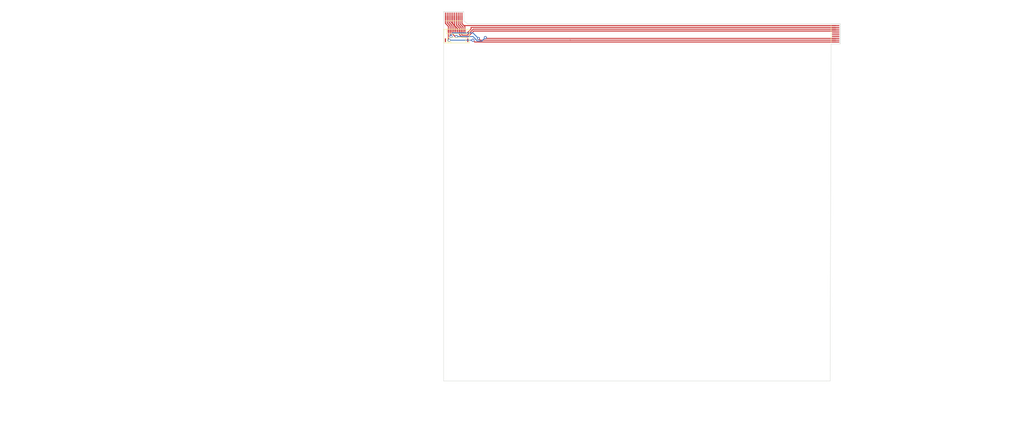
<source format=kicad_pcb>
(kicad_pcb (version 20240108) (generator "pcbnew") (generator_version "8.0")
  (layers (0 "F.Cu" signal) (31 "B.Cu" signal) (34 "B.Paste" user) (35 "F.Paste" user) (36 "B.SilkS" user "B.Silkscreen") (37 "F.SilkS" user "F.Silkscreen") (38 "B.Mask" user) (39 "F.Mask" user) (44 "Edge.Cuts" user))
  (net 0 "")
  (net 1 "GND")
  (net 7 "/start")
  (net 8 "/screen")
  (net 9 "/vol up")
  (net 10 "/music")
  (net 11 "/vol down")
  (net 12 "/home")
  (net 13 "/select")
  (footprint "consolizer:flex_short_10" (layer "F.Cu") (at 137.5 73.45)
    (property "Reference" "C8" (hide yes))
    (property "Value" "flex-conector_10" (hide yes))
    (fp_line (start -2.5 1.25) (end 2 1.25) (stroke (width 0.12)) (layer "F.SilkS"))
    (fp_line (start -3 -1.25) (end -3 1.25) (stroke (width 0.12)) (layer "Edge.Cuts"))
    (fp_line (start -2.75 -1.25) (end -3 -1.25) (stroke (width 0.12)) (layer "Edge.Cuts"))
    (fp_line (start -2.75 -1.25) (end 2.25 -1.25) (stroke (width 0.12)) (layer "Edge.Cuts"))
    (fp_line (start 2.25 -1.25) (end 2.5 -1.25) (stroke (width 0.12)) (layer "Edge.Cuts"))
    (fp_line (start 2.5 -1.25) (end 2.5 1.25) (stroke (width 0.12)) (layer "Edge.Cuts"))
    (pad "1" smd rect (at -2.5 0) (size 0.25 2) (layers "F.Cu" "F.Paste" "F.Mask") (net 7 "/start"))
    (pad "2" smd rect (at -2 0) (size 0.25 2) (layers "F.Cu" "F.Paste" "F.Mask") (net 13 "/select"))
    (pad "3" smd rect (at -1.5 0) (size 0.25 2) (layers "F.Cu" "F.Paste" "F.Mask") (net 10 "/music"))
    (pad "4" smd rect (at -1 0) (size 0.25 2) (layers "F.Cu" "F.Paste" "F.Mask") (net 1 "GND"))
    (pad "5" smd rect (at -0.5 0) (size 0.25 2) (layers "F.Cu" "F.Paste" "F.Mask") (net 1 "GND"))
    (pad "6" smd rect (at 0 0) (size 0.25 2) (layers "F.Cu" "F.Paste" "F.Mask") (net 1 "GND"))
    (pad "7" smd rect (at 0.5 0) (size 0.25 2) (layers "F.Cu" "F.Paste" "F.Mask") (net 8 "/screen"))
    (pad "8" smd rect (at 1 0) (size 0.25 2) (layers "F.Cu" "F.Paste" "F.Mask") (net 9 "/vol up"))
    (pad "9" smd rect (at 1.5 0) (size 0.25 2) (layers "F.Cu" "F.Paste" "F.Mask") (net 11 "/vol down"))
    (pad "10" smd rect (at 2 0) (size 0.25 2) (layers "F.Cu" "F.Paste" "F.Mask") (net 12 "/home"))
  )
  (footprint "consolizer:flex_short_10" (layer "F.Cu") (at 241.5 78.5 -90)
    (property "Reference" "C9" (hide yes))
    (property "Value" "flex-conector_10")
    (fp_line (start -2.5 1.25) (end 2 1.25) (stroke (width 0.12)) (layer "F.SilkS"))
    (fp_line (start -3 -1.25) (end -3 1.25) (stroke (width 0.12)) (layer "Edge.Cuts"))
    (fp_line (start -2.75 -1.25) (end -3 -1.25) (stroke (width 0.12)) (layer "Edge.Cuts"))
    (fp_line (start -2.75 -1.25) (end 2.25 -1.25) (stroke (width 0.12)) (layer "Edge.Cuts"))
    (fp_line (start 2.25 -1.25) (end 2.5 -1.25) (stroke (width 0.12)) (layer "Edge.Cuts"))
    (fp_line (start 2.5 -1.25) (end 2.5 1.25) (stroke (width 0.12)) (layer "Edge.Cuts"))
    (pad "1" smd rect (at -2.5 0 270) (size 0.25 2) (layers "F.Cu" "F.Paste" "F.Mask") (net 12 "/home"))
    (pad "2" smd rect (at -2 0 270) (size 0.25 2) (layers "F.Cu" "F.Paste" "F.Mask") (net 11 "/vol down"))
    (pad "3" smd rect (at -1.5 0 270) (size 0.25 2) (layers "F.Cu" "F.Paste" "F.Mask") (net 9 "/vol up"))
    (pad "4" smd rect (at -1 0 270) (size 0.25 2) (layers "F.Cu" "F.Paste" "F.Mask") (net 8 "/screen"))
    (pad "5" smd rect (at -0.5 0 270) (size 0.25 2) (layers "F.Cu" "F.Paste" "F.Mask"))
    (pad "6" smd rect (at 0 0 270) (size 0.25 2) (layers "F.Cu" "F.Paste" "F.Mask"))
    (pad "7" smd rect (at 0.5 0 270) (size 0.25 2) (layers "F.Cu" "F.Paste" "F.Mask"))
    (pad "8" smd rect (at 1 0 270) (size 0.25 2) (layers "F.Cu" "F.Paste" "F.Mask") (net 10 "/music"))
    (pad "9" smd rect (at 1.5 0 270) (size 0.25 2) (layers "F.Cu" "F.Paste" "F.Mask") (net 13 "/select"))
    (pad "10" smd rect (at 2 0 270) (size 0.25 2) (layers "F.Cu" "F.Paste" "F.Mask") (net 7 "/start"))
  )
  (footprint "JLCPCB_footprint:FPC-SMD_5034801000" (layer "F.Cu") (at 138.049911 78.750064)
    (property "Reference" "P1" (hide yes))
    (property "Value" "5034801000")
    (fp_line (start -3.5 -1.750191) (end -3.5 1.999873) (stroke (width 0.150114)) (layer "F.SilkS"))
    (fp_line (start -3.5 1.999873) (end 3.5 1.999873) (stroke (width 0.150114)) (layer "F.SilkS"))
    (fp_line (start -3.400178 -1.750191) (end 3.399924 -1.750191) (stroke (width 0.150114)) (layer "F.SilkS"))
    (fp_line (start -2.750191 -1.750191) (end -2.750191 -0.500254) (stroke (width 0.150114)) (layer "F.SilkS"))
    (fp_line (start -2.750191 -0.500254) (end 2.749936 -0.500254) (stroke (width 0.150114)) (layer "F.SilkS"))
    (fp_line (start -2.5 0.499746) (end -2.5 1.749936) (stroke (width 0.150114)) (layer "F.SilkS"))
    (fp_line (start -2.5 0.499746) (end 2.5 0.499746) (stroke (width 0.150114)) (layer "F.SilkS"))
    (fp_line (start -1.95301 1.016027) (end -2.250013 2.000229) (stroke (width 0.150114)) (layer "F.SilkS"))
    (fp_line (start -1.5 2) (end -1.95301 1.016027) (stroke (width 0.150114)) (layer "F.SilkS"))
    (fp_line (start 2.5 0.499746) (end 2.5 1.749936) (stroke (width 0.150114)) (layer "F.SilkS"))
    (fp_line (start 2.749936 -0.500254) (end 2.749936 -1.750191) (stroke (width 0.150114)) (layer "F.SilkS"))
    (fp_line (start 3.5 -1.750191) (end 3.5 1.999873) (stroke (width 0.150114)) (layer "F.SilkS"))
    (fp_circle (center -3.350622 -1.550064) (end -3.320625 -1.550064) (stroke (width 0.059995)) (fill none) (layer "F.SilkS"))
    (pad "1" smd rect (at -2.249555 -1.250064 180) (size 0.299975 0.700025) (layers "F.Cu" "F.Paste" "F.Mask") (net 7 "/start"))
    (pad "2" smd rect (at -1.749428 -1.250064 180) (size 0.299975 0.700025) (layers "F.Cu" "F.Paste" "F.Mask") (net 13 "/select"))
    (pad "3" smd rect (at -1.249555 -1.250064 180) (size 0.299975 0.700025) (layers "F.Cu" "F.Paste" "F.Mask") (net 10 "/music"))
    (pad "4" smd rect (at -0.749428 -1.250064 180) (size 0.299975 0.700025) (layers "F.Cu" "F.Paste" "F.Mask") (net 1 "GND"))
    (pad "5" smd rect (at -0.249555 -1.250064 180) (size 0.299975 0.700025) (layers "F.Cu" "F.Paste" "F.Mask") (net 1 "GND"))
    (pad "6" smd rect (at 0.250572 -1.250064 180) (size 0.299975 0.700025) (layers "F.Cu" "F.Paste" "F.Mask") (net 1 "GND"))
    (pad "7" smd rect (at 0.750445 -1.250064 180) (size 0.299975 0.700025) (layers "F.Cu" "F.Paste" "F.Mask") (net 8 "/screen"))
    (pad "8" smd rect (at 1.250572 -1.250064 180) (size 0.299975 0.700025) (layers "F.Cu" "F.Paste" "F.Mask") (net 9 "/vol up"))
    (pad "9" smd rect (at 1.750445 -1.250064 180) (size 0.299975 0.700025) (layers "F.Cu" "F.Paste" "F.Mask") (net 11 "/vol down"))
    (pad "10" smd rect (at 2.250064 -1.250064 180) (size 0.299975 0.700025) (layers "F.Cu" "F.Paste" "F.Mask") (net 12 "/home"))
    (pad "11" smd rect (at -3.049911 1.250064) (size 0.299975 1) (layers "F.Cu" "F.Paste" "F.Mask"))
    (pad "12" smd rect (at 3.049911 1.250064 180) (size 0.299975 1) (layers "F.Cu" "F.Paste" "F.Mask"))
  )
  (gr_line (start 134.5 74.7) (end 134.5 173) (stroke (width 0.1)) (layer "Edge.Cuts"))
  (gr_line (start 240 170) (end 240 173) (stroke (width 0.1)) (layer "Edge.Cuts"))
  (gr_line (start 240 173) (end 239 173) (stroke (width 0.1)) (layer "Edge.Cuts"))
  (gr_line (start 240.25 75.5) (end 141 75.5) (stroke (width 0.1)) (layer "Edge.Cuts"))
  (gr_line (start 140 74.7) (end 141 75.5) (stroke (width 0.1)) (layer "Edge.Cuts"))
  (gr_line (start 134.5 173) (end 239 173) (stroke (width 0.1)) (layer "Edge.Cuts"))
  (gr_line (start 240.25 81) (end 240 170) (stroke (width 0.1)) (layer "Edge.Cuts"))
  (segment (start 137.800356 76.300356) (end 137.75 76.25) (width 0.25) (layer "F.Cu") (net 1))
  (segment (start 137.75 76.25) (end 138.300483 76.800483) (width 0.25) (layer "F.Cu") (net 1))
  (segment (start 136.5 75) (end 137 75.5) (width 0.25) (layer "F.Cu") (net 1))
  (segment (start 138.300483 76.800483) (end 138.300483 77.5) (width 0.25) (layer "F.Cu") (net 1))
  (segment (start 137.5 76) (end 137.75 76.25) (width 0.25) (layer "F.Cu") (net 1))
  (segment (start 137.800356 77.5) (end 137.800356 76.300356) (width 0.25) (layer "F.Cu") (net 1))
  (segment (start 137.5 73.45) (end 137.5 76) (width 0.25) (layer "F.Cu") (net 1))
  (segment (start 137.300483 77.5) (end 137.300483 75.800483) (width 0.25) (layer "F.Cu") (net 1))
  (segment (start 137.300483 75.800483) (end 137.25 75.75) (width 0.25) (layer "F.Cu") (net 1))
  (segment (start 137.25 75.75) (end 137.5 76) (width 0.25) (layer "F.Cu") (net 1))
  (segment (start 136.5 73.45) (end 136.5 75) (width 0.25) (layer "F.Cu") (net 1))
  (segment (start 137 73.45) (end 137 75.5) (width 0.25) (layer "F.Cu") (net 1))
  (segment (start 137 75.5) (end 137.25 75.75) (width 0.25) (layer "F.Cu") (net 1))
  (segment (start 143 80.5) (end 142.5 80) (width 0.25) (layer "F.Cu") (net 7))
  (segment (start 135.800356 77.5) (end 135.800356 76.209544) (width 0.25) (layer "F.Cu") (net 7))
  (segment (start 135.800356 76.209544) (end 135 75.409188) (width 0.25) (layer "F.Cu") (net 7))
  (segment (start 135 75.409188) (end 135 73.45) (width 0.25) (layer "F.Cu") (net 7))
  (segment (start 241.5 80.5) (end 143 80.5) (width 0.25) (layer "F.Cu") (net 7))
  (segment (start 135.800356 79.800356) (end 136 80) (width 0.25) (layer "F.Cu") (net 7))
  (segment (start 135.800356 77.5) (end 135.800356 79.800356) (width 0.25) (layer "F.Cu") (net 7))
  (via (at 136 80) (size 0.8) (drill 0.4) (layers "F.Cu" "B.Cu") (net 7))
  (via (at 142.5 80) (size 0.8) (drill 0.4) (layers "F.Cu" "B.Cu") (net 7))
  (segment (start 136 80) (end 142.5 80) (width 0.25) (layer "B.Cu") (net 7))
  (segment (start 138 75.863604) (end 138.800356 76.66396) (width 0.25) (layer "F.Cu") (net 8))
  (segment (start 241.5 77.5) (end 142.722766 77.5) (width 0.25) (layer "F.Cu") (net 8))
  (segment (start 142.722766 77.5) (end 141.147754 79.075012) (width 0.25) (layer "F.Cu") (net 8))
  (segment (start 138.800356 78.423172) (end 138.800356 77.5) (width 0.25) (layer "F.Cu") (net 8))
  (segment (start 138 73.45) (end 138 75.863604) (width 0.25) (layer "F.Cu") (net 8))
  (segment (start 139.452196 79.075012) (end 138.800356 78.423172) (width 0.25) (layer "F.Cu") (net 8))
  (segment (start 141.147754 79.075012) (end 139.452196 79.075012) (width 0.25) (layer "F.Cu") (net 8))
  (segment (start 138.800356 76.66396) (end 138.800356 77.5) (width 0.25) (layer "F.Cu") (net 8))
  (segment (start 142.58637 77) (end 140.961358 78.625012) (width 0.25) (layer "F.Cu") (net 9))
  (segment (start 139.638592 78.625012) (end 139.300483 78.286903) (width 0.25) (layer "F.Cu") (net 9))
  (segment (start 140.961358 78.625012) (end 139.638592 78.625012) (width 0.25) (layer "F.Cu") (net 9))
  (segment (start 138.5 73.45) (end 138.5 75.727208) (width 0.25) (layer "F.Cu") (net 9))
  (segment (start 139.300483 78.286903) (end 139.300483 77.5) (width 0.25) (layer "F.Cu") (net 9))
  (segment (start 139.300483 76.527691) (end 139.300483 77.5) (width 0.25) (layer "F.Cu") (net 9))
  (segment (start 241.5 77) (end 142.58637 77) (width 0.25) (layer "F.Cu") (net 9))
  (segment (start 138.5 75.727208) (end 139.300483 76.527691) (width 0.25) (layer "F.Cu") (net 9))
  (segment (start 136.800356 77.5) (end 136.800356 78.149872) (width 0.25) (layer "F.Cu") (net 10))
  (segment (start 146.1125 79.5) (end 145.8875 79.275) (width 0.25) (layer "F.Cu") (net 10))
  (segment (start 136 75.136396) (end 136.800356 75.936752) (width 0.25) (layer "F.Cu") (net 10))
  (segment (start 136 73.45) (end 136 75.136396) (width 0.25) (layer "F.Cu") (net 10))
  (segment (start 241.5 79.5) (end 146.1125 79.5) (width 0.25) (layer "F.Cu") (net 10))
  (segment (start 137.650484 79) (end 138 79) (width 0.25) (layer "F.Cu") (net 10))
  (segment (start 136.800356 75.936752) (end 136.800356 77.5) (width 0.25) (layer "F.Cu") (net 10))
  (segment (start 136.800356 78.149872) (end 137.650484 79) (width 0.25) (layer "F.Cu") (net 10))
  (via (at 138 79) (size 0.8) (drill 0.4) (layers "F.Cu" "B.Cu") (net 10))
  (via (at 145.8875 79.275) (size 0.8) (drill 0.4) (layers "F.Cu" "B.Cu") (net 10))
  (segment (start 143.275 79.800305) (end 143.275 79.749695) (width 0.25) (layer "B.Cu") (net 10))
  (segment (start 143.275 79.749695) (end 142.525305 79) (width 0.25) (layer "B.Cu") (net 10))
  (segment (start 144.9375 80.225) (end 143.699695 80.225) (width 0.25) (layer "B.Cu") (net 10))
  (segment (start 142.525305 79) (end 138 79) (width 0.25) (layer "B.Cu") (net 10))
  (segment (start 143.699695 80.225) (end 143.275 79.800305) (width 0.25) (layer "B.Cu") (net 10))
  (segment (start 145.8875 79.275) (end 144.9375 80.225) (width 0.25) (layer "B.Cu") (net 10))
  (segment (start 139 73.45) (end 139 75.590812) (width 0.25) (layer "F.Cu") (net 11))
  (segment (start 139.824988 78.175012) (end 140.774962 78.175012) (width 0.25) (layer "F.Cu") (net 11))
  (segment (start 139 75.590812) (end 139.800356 76.391168) (width 0.25) (layer "F.Cu") (net 11))
  (segment (start 142 76.949974) (end 142 76.5) (width 0.25) (layer "F.Cu") (net 11))
  (segment (start 140.774962 78.175012) (end 142 76.949974) (width 0.25) (layer "F.Cu") (net 11))
  (segment (start 139.800356 77.5) (end 139.800356 78.15038) (width 0.25) (layer "F.Cu") (net 11))
  (segment (start 139.800356 76.391168) (end 139.800356 77.5) (width 0.25) (layer "F.Cu") (net 11))
  (segment (start 139.800356 78.15038) (end 139.824988 78.175012) (width 0.25) (layer "F.Cu") (net 11))
  (segment (start 142 76.5) (end 241.5 76.5) (width 0.25) (layer "F.Cu") (net 11))
  (segment (start 140.299975 76.254391) (end 140.299975 77.5) (width 0.25) (layer "F.Cu") (net 12))
  (segment (start 140.045584 76) (end 241.5 76) (width 0.25) (layer "F.Cu") (net 12))
  (segment (start 139.5 75.454416) (end 140.022792 75.977208) (width 0.25) (layer "F.Cu") (net 12))
  (segment (start 139.5 73.45) (end 139.5 75.454416) (width 0.25) (layer "F.Cu") (net 12))
  (segment (start 140.022792 75.977208) (end 140.045584 76) (width 0.25) (layer "F.Cu") (net 12))
  (segment (start 140.022792 75.977208) (end 140.299975 76.254391) (width 0.25) (layer "F.Cu") (net 12))
  (segment (start 136.300483 77.5) (end 136.300483 76.073275) (width 0.25) (layer "F.Cu") (net 13))
  (segment (start 136.300483 78.775127) (end 136.525356 79) (width 0.25) (layer "F.Cu") (net 13))
  (segment (start 136.300483 77.5) (end 136.300483 78.775127) (width 0.25) (layer "F.Cu") (net 13))
  (segment (start 136.300483 76.073275) (end 135.5 75.272792) (width 0.25) (layer "F.Cu") (net 13))
  (segment (start 169.1 80) (end 169.05 79.95) (width 0.25) (layer "F.Cu") (net 13))
  (segment (start 241.5 80) (end 144.5 80) (width 0.25) (layer "F.Cu") (net 13))
  (segment (start 144.5 80) (end 144 79.5) (width 0.25) (layer "F.Cu") (net 13))
  (segment (start 135.5 75.272792) (end 135.5 73.45) (width 0.25) (layer "F.Cu") (net 13))
  (via (at 144 79.5) (size 0.8) (drill 0.4) (layers "F.Cu" "B.Cu") (net 13))
  (via (at 136.525356 79) (size 0.8) (drill 0.4) (layers "F.Cu" "B.Cu") (net 13))
  (segment (start 136.525356 78.474644) (end 137 78) (width 0.25) (layer "B.Cu") (net 13))
  (segment (start 136.525356 79) (end 136.525356 78.474644) (width 0.25) (layer "B.Cu") (net 13))
  (segment (start 137 78) (end 142.5 78) (width 0.25) (layer "B.Cu") (net 13))
  (segment (start 142.5 78) (end 144 79.5) (width 0.25) (layer "B.Cu") (net 13))
)
</source>
